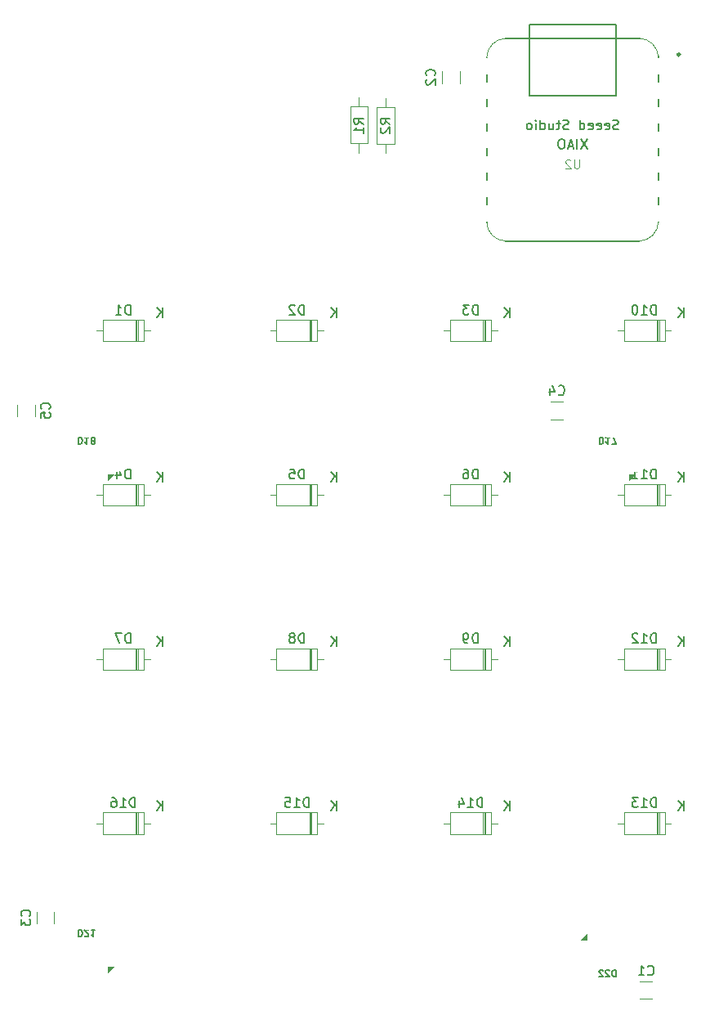
<source format=gbo>
G04 #@! TF.GenerationSoftware,KiCad,Pcbnew,8.0.6*
G04 #@! TF.CreationDate,2024-10-20T21:42:17+02:00*
G04 #@! TF.ProjectId,macropad,6d616372-6f70-4616-942e-6b696361645f,v7.6*
G04 #@! TF.SameCoordinates,Original*
G04 #@! TF.FileFunction,Legend,Bot*
G04 #@! TF.FilePolarity,Positive*
%FSLAX46Y46*%
G04 Gerber Fmt 4.6, Leading zero omitted, Abs format (unit mm)*
G04 Created by KiCad (PCBNEW 8.0.6) date 2024-10-20 21:42:17*
%MOMM*%
%LPD*%
G01*
G04 APERTURE LIST*
G04 Aperture macros list*
%AMOutline5P*
0 Free polygon, 5 corners , with rotation*
0 The origin of the aperture is its center*
0 number of corners: always 5*
0 $1 to $10 corner X, Y*
0 $11 Rotation angle, in degrees counterclockwise*
0 create outline with 5 corners*
4,1,5,$1,$2,$3,$4,$5,$6,$7,$8,$9,$10,$1,$2,$11*%
%AMOutline6P*
0 Free polygon, 6 corners , with rotation*
0 The origin of the aperture is its center*
0 number of corners: always 6*
0 $1 to $12 corner X, Y*
0 $13 Rotation angle, in degrees counterclockwise*
0 create outline with 6 corners*
4,1,6,$1,$2,$3,$4,$5,$6,$7,$8,$9,$10,$11,$12,$1,$2,$13*%
%AMOutline7P*
0 Free polygon, 7 corners , with rotation*
0 The origin of the aperture is its center*
0 number of corners: always 7*
0 $1 to $14 corner X, Y*
0 $15 Rotation angle, in degrees counterclockwise*
0 create outline with 7 corners*
4,1,7,$1,$2,$3,$4,$5,$6,$7,$8,$9,$10,$11,$12,$13,$14,$1,$2,$15*%
%AMOutline8P*
0 Free polygon, 8 corners , with rotation*
0 The origin of the aperture is its center*
0 number of corners: always 8*
0 $1 to $16 corner X, Y*
0 $17 Rotation angle, in degrees counterclockwise*
0 create outline with 8 corners*
4,1,8,$1,$2,$3,$4,$5,$6,$7,$8,$9,$10,$11,$12,$13,$14,$15,$16,$1,$2,$17*%
G04 Aperture macros list end*
%ADD10C,0.150000*%
%ADD11C,0.101600*%
%ADD12C,0.120000*%
%ADD13C,0.127000*%
%ADD14C,0.254000*%
%ADD15C,0.025400*%
%ADD16C,0.100000*%
%ADD17C,2.600000*%
%ADD18C,5.050000*%
%ADD19C,2.200000*%
%ADD20O,1.600000X2.000000*%
%ADD21R,1.600000X1.600000*%
%ADD22O,1.600000X1.600000*%
%ADD23C,1.600000*%
%ADD24R,3.500000X1.700000*%
%ADD25O,3.600000X1.700000*%
%ADD26O,3.700000X1.700000*%
%ADD27R,1.800000X0.820000*%
%ADD28Outline5P,-0.900000X0.410000X0.900000X0.410000X0.900000X-0.246000X0.736000X-0.410000X-0.900000X-0.410000X180.000000*%
%ADD29Outline5P,-0.900000X0.410000X0.900000X0.410000X0.900000X-0.246000X0.736000X-0.410000X-0.900000X-0.410000X0.000000*%
%ADD30C,1.400000*%
%ADD31O,1.400000X1.400000*%
G04 APERTURE END LIST*
D10*
X53798094Y-28559819D02*
X53798094Y-27559819D01*
X53798094Y-27559819D02*
X53559999Y-27559819D01*
X53559999Y-27559819D02*
X53417142Y-27607438D01*
X53417142Y-27607438D02*
X53321904Y-27702676D01*
X53321904Y-27702676D02*
X53274285Y-27797914D01*
X53274285Y-27797914D02*
X53226666Y-27988390D01*
X53226666Y-27988390D02*
X53226666Y-28131247D01*
X53226666Y-28131247D02*
X53274285Y-28321723D01*
X53274285Y-28321723D02*
X53321904Y-28416961D01*
X53321904Y-28416961D02*
X53417142Y-28512200D01*
X53417142Y-28512200D02*
X53559999Y-28559819D01*
X53559999Y-28559819D02*
X53798094Y-28559819D01*
X52893332Y-27559819D02*
X52274285Y-27559819D01*
X52274285Y-27559819D02*
X52607618Y-27940771D01*
X52607618Y-27940771D02*
X52464761Y-27940771D01*
X52464761Y-27940771D02*
X52369523Y-27988390D01*
X52369523Y-27988390D02*
X52321904Y-28036009D01*
X52321904Y-28036009D02*
X52274285Y-28131247D01*
X52274285Y-28131247D02*
X52274285Y-28369342D01*
X52274285Y-28369342D02*
X52321904Y-28464580D01*
X52321904Y-28464580D02*
X52369523Y-28512200D01*
X52369523Y-28512200D02*
X52464761Y-28559819D01*
X52464761Y-28559819D02*
X52750475Y-28559819D01*
X52750475Y-28559819D02*
X52845713Y-28512200D01*
X52845713Y-28512200D02*
X52893332Y-28464580D01*
X57131904Y-28879819D02*
X57131904Y-27879819D01*
X56560476Y-28879819D02*
X56989047Y-28308390D01*
X56560476Y-27879819D02*
X57131904Y-28451247D01*
X9409580Y-38333333D02*
X9457200Y-38285714D01*
X9457200Y-38285714D02*
X9504819Y-38142857D01*
X9504819Y-38142857D02*
X9504819Y-38047619D01*
X9504819Y-38047619D02*
X9457200Y-37904762D01*
X9457200Y-37904762D02*
X9361961Y-37809524D01*
X9361961Y-37809524D02*
X9266723Y-37761905D01*
X9266723Y-37761905D02*
X9076247Y-37714286D01*
X9076247Y-37714286D02*
X8933390Y-37714286D01*
X8933390Y-37714286D02*
X8742914Y-37761905D01*
X8742914Y-37761905D02*
X8647676Y-37809524D01*
X8647676Y-37809524D02*
X8552438Y-37904762D01*
X8552438Y-37904762D02*
X8504819Y-38047619D01*
X8504819Y-38047619D02*
X8504819Y-38142857D01*
X8504819Y-38142857D02*
X8552438Y-38285714D01*
X8552438Y-38285714D02*
X8600057Y-38333333D01*
X8504819Y-39238095D02*
X8504819Y-38761905D01*
X8504819Y-38761905D02*
X8981009Y-38714286D01*
X8981009Y-38714286D02*
X8933390Y-38761905D01*
X8933390Y-38761905D02*
X8885771Y-38857143D01*
X8885771Y-38857143D02*
X8885771Y-39095238D01*
X8885771Y-39095238D02*
X8933390Y-39190476D01*
X8933390Y-39190476D02*
X8981009Y-39238095D01*
X8981009Y-39238095D02*
X9076247Y-39285714D01*
X9076247Y-39285714D02*
X9314342Y-39285714D01*
X9314342Y-39285714D02*
X9409580Y-39238095D01*
X9409580Y-39238095D02*
X9457200Y-39190476D01*
X9457200Y-39190476D02*
X9504819Y-39095238D01*
X9504819Y-39095238D02*
X9504819Y-38857143D01*
X9504819Y-38857143D02*
X9457200Y-38761905D01*
X9457200Y-38761905D02*
X9409580Y-38714286D01*
D11*
X64302333Y-12516985D02*
X64302333Y-13236652D01*
X64302333Y-13236652D02*
X64260000Y-13321318D01*
X64260000Y-13321318D02*
X64217666Y-13363652D01*
X64217666Y-13363652D02*
X64133000Y-13405985D01*
X64133000Y-13405985D02*
X63963666Y-13405985D01*
X63963666Y-13405985D02*
X63879000Y-13363652D01*
X63879000Y-13363652D02*
X63836666Y-13321318D01*
X63836666Y-13321318D02*
X63794333Y-13236652D01*
X63794333Y-13236652D02*
X63794333Y-12516985D01*
X63413333Y-12601652D02*
X63371000Y-12559318D01*
X63371000Y-12559318D02*
X63286333Y-12516985D01*
X63286333Y-12516985D02*
X63074667Y-12516985D01*
X63074667Y-12516985D02*
X62990000Y-12559318D01*
X62990000Y-12559318D02*
X62947667Y-12601652D01*
X62947667Y-12601652D02*
X62905333Y-12686318D01*
X62905333Y-12686318D02*
X62905333Y-12770985D01*
X62905333Y-12770985D02*
X62947667Y-12897985D01*
X62947667Y-12897985D02*
X63455667Y-13405985D01*
X63455667Y-13405985D02*
X62905333Y-13405985D01*
D10*
X65148808Y-10414819D02*
X64482142Y-11414819D01*
X64482142Y-10414819D02*
X65148808Y-11414819D01*
X64101189Y-11414819D02*
X64101189Y-10414819D01*
X63672618Y-11129104D02*
X63196428Y-11129104D01*
X63767856Y-11414819D02*
X63434523Y-10414819D01*
X63434523Y-10414819D02*
X63101190Y-11414819D01*
X62577380Y-10414819D02*
X62386904Y-10414819D01*
X62386904Y-10414819D02*
X62291666Y-10462438D01*
X62291666Y-10462438D02*
X62196428Y-10557676D01*
X62196428Y-10557676D02*
X62148809Y-10748152D01*
X62148809Y-10748152D02*
X62148809Y-11081485D01*
X62148809Y-11081485D02*
X62196428Y-11271961D01*
X62196428Y-11271961D02*
X62291666Y-11367200D01*
X62291666Y-11367200D02*
X62386904Y-11414819D01*
X62386904Y-11414819D02*
X62577380Y-11414819D01*
X62577380Y-11414819D02*
X62672618Y-11367200D01*
X62672618Y-11367200D02*
X62767856Y-11271961D01*
X62767856Y-11271961D02*
X62815475Y-11081485D01*
X62815475Y-11081485D02*
X62815475Y-10748152D01*
X62815475Y-10748152D02*
X62767856Y-10557676D01*
X62767856Y-10557676D02*
X62672618Y-10462438D01*
X62672618Y-10462438D02*
X62577380Y-10414819D01*
X68386904Y-9367200D02*
X68244047Y-9414819D01*
X68244047Y-9414819D02*
X68005952Y-9414819D01*
X68005952Y-9414819D02*
X67910714Y-9367200D01*
X67910714Y-9367200D02*
X67863095Y-9319580D01*
X67863095Y-9319580D02*
X67815476Y-9224342D01*
X67815476Y-9224342D02*
X67815476Y-9129104D01*
X67815476Y-9129104D02*
X67863095Y-9033866D01*
X67863095Y-9033866D02*
X67910714Y-8986247D01*
X67910714Y-8986247D02*
X68005952Y-8938628D01*
X68005952Y-8938628D02*
X68196428Y-8891009D01*
X68196428Y-8891009D02*
X68291666Y-8843390D01*
X68291666Y-8843390D02*
X68339285Y-8795771D01*
X68339285Y-8795771D02*
X68386904Y-8700533D01*
X68386904Y-8700533D02*
X68386904Y-8605295D01*
X68386904Y-8605295D02*
X68339285Y-8510057D01*
X68339285Y-8510057D02*
X68291666Y-8462438D01*
X68291666Y-8462438D02*
X68196428Y-8414819D01*
X68196428Y-8414819D02*
X67958333Y-8414819D01*
X67958333Y-8414819D02*
X67815476Y-8462438D01*
X67005952Y-9367200D02*
X67101190Y-9414819D01*
X67101190Y-9414819D02*
X67291666Y-9414819D01*
X67291666Y-9414819D02*
X67386904Y-9367200D01*
X67386904Y-9367200D02*
X67434523Y-9271961D01*
X67434523Y-9271961D02*
X67434523Y-8891009D01*
X67434523Y-8891009D02*
X67386904Y-8795771D01*
X67386904Y-8795771D02*
X67291666Y-8748152D01*
X67291666Y-8748152D02*
X67101190Y-8748152D01*
X67101190Y-8748152D02*
X67005952Y-8795771D01*
X67005952Y-8795771D02*
X66958333Y-8891009D01*
X66958333Y-8891009D02*
X66958333Y-8986247D01*
X66958333Y-8986247D02*
X67434523Y-9081485D01*
X66148809Y-9367200D02*
X66244047Y-9414819D01*
X66244047Y-9414819D02*
X66434523Y-9414819D01*
X66434523Y-9414819D02*
X66529761Y-9367200D01*
X66529761Y-9367200D02*
X66577380Y-9271961D01*
X66577380Y-9271961D02*
X66577380Y-8891009D01*
X66577380Y-8891009D02*
X66529761Y-8795771D01*
X66529761Y-8795771D02*
X66434523Y-8748152D01*
X66434523Y-8748152D02*
X66244047Y-8748152D01*
X66244047Y-8748152D02*
X66148809Y-8795771D01*
X66148809Y-8795771D02*
X66101190Y-8891009D01*
X66101190Y-8891009D02*
X66101190Y-8986247D01*
X66101190Y-8986247D02*
X66577380Y-9081485D01*
X65291666Y-9367200D02*
X65386904Y-9414819D01*
X65386904Y-9414819D02*
X65577380Y-9414819D01*
X65577380Y-9414819D02*
X65672618Y-9367200D01*
X65672618Y-9367200D02*
X65720237Y-9271961D01*
X65720237Y-9271961D02*
X65720237Y-8891009D01*
X65720237Y-8891009D02*
X65672618Y-8795771D01*
X65672618Y-8795771D02*
X65577380Y-8748152D01*
X65577380Y-8748152D02*
X65386904Y-8748152D01*
X65386904Y-8748152D02*
X65291666Y-8795771D01*
X65291666Y-8795771D02*
X65244047Y-8891009D01*
X65244047Y-8891009D02*
X65244047Y-8986247D01*
X65244047Y-8986247D02*
X65720237Y-9081485D01*
X64386904Y-9414819D02*
X64386904Y-8414819D01*
X64386904Y-9367200D02*
X64482142Y-9414819D01*
X64482142Y-9414819D02*
X64672618Y-9414819D01*
X64672618Y-9414819D02*
X64767856Y-9367200D01*
X64767856Y-9367200D02*
X64815475Y-9319580D01*
X64815475Y-9319580D02*
X64863094Y-9224342D01*
X64863094Y-9224342D02*
X64863094Y-8938628D01*
X64863094Y-8938628D02*
X64815475Y-8843390D01*
X64815475Y-8843390D02*
X64767856Y-8795771D01*
X64767856Y-8795771D02*
X64672618Y-8748152D01*
X64672618Y-8748152D02*
X64482142Y-8748152D01*
X64482142Y-8748152D02*
X64386904Y-8795771D01*
X63196427Y-9367200D02*
X63053570Y-9414819D01*
X63053570Y-9414819D02*
X62815475Y-9414819D01*
X62815475Y-9414819D02*
X62720237Y-9367200D01*
X62720237Y-9367200D02*
X62672618Y-9319580D01*
X62672618Y-9319580D02*
X62624999Y-9224342D01*
X62624999Y-9224342D02*
X62624999Y-9129104D01*
X62624999Y-9129104D02*
X62672618Y-9033866D01*
X62672618Y-9033866D02*
X62720237Y-8986247D01*
X62720237Y-8986247D02*
X62815475Y-8938628D01*
X62815475Y-8938628D02*
X63005951Y-8891009D01*
X63005951Y-8891009D02*
X63101189Y-8843390D01*
X63101189Y-8843390D02*
X63148808Y-8795771D01*
X63148808Y-8795771D02*
X63196427Y-8700533D01*
X63196427Y-8700533D02*
X63196427Y-8605295D01*
X63196427Y-8605295D02*
X63148808Y-8510057D01*
X63148808Y-8510057D02*
X63101189Y-8462438D01*
X63101189Y-8462438D02*
X63005951Y-8414819D01*
X63005951Y-8414819D02*
X62767856Y-8414819D01*
X62767856Y-8414819D02*
X62624999Y-8462438D01*
X62339284Y-8748152D02*
X61958332Y-8748152D01*
X62196427Y-8414819D02*
X62196427Y-9271961D01*
X62196427Y-9271961D02*
X62148808Y-9367200D01*
X62148808Y-9367200D02*
X62053570Y-9414819D01*
X62053570Y-9414819D02*
X61958332Y-9414819D01*
X61196427Y-8748152D02*
X61196427Y-9414819D01*
X61624998Y-8748152D02*
X61624998Y-9271961D01*
X61624998Y-9271961D02*
X61577379Y-9367200D01*
X61577379Y-9367200D02*
X61482141Y-9414819D01*
X61482141Y-9414819D02*
X61339284Y-9414819D01*
X61339284Y-9414819D02*
X61244046Y-9367200D01*
X61244046Y-9367200D02*
X61196427Y-9319580D01*
X60291665Y-9414819D02*
X60291665Y-8414819D01*
X60291665Y-9367200D02*
X60386903Y-9414819D01*
X60386903Y-9414819D02*
X60577379Y-9414819D01*
X60577379Y-9414819D02*
X60672617Y-9367200D01*
X60672617Y-9367200D02*
X60720236Y-9319580D01*
X60720236Y-9319580D02*
X60767855Y-9224342D01*
X60767855Y-9224342D02*
X60767855Y-8938628D01*
X60767855Y-8938628D02*
X60720236Y-8843390D01*
X60720236Y-8843390D02*
X60672617Y-8795771D01*
X60672617Y-8795771D02*
X60577379Y-8748152D01*
X60577379Y-8748152D02*
X60386903Y-8748152D01*
X60386903Y-8748152D02*
X60291665Y-8795771D01*
X59815474Y-9414819D02*
X59815474Y-8748152D01*
X59815474Y-8414819D02*
X59863093Y-8462438D01*
X59863093Y-8462438D02*
X59815474Y-8510057D01*
X59815474Y-8510057D02*
X59767855Y-8462438D01*
X59767855Y-8462438D02*
X59815474Y-8414819D01*
X59815474Y-8414819D02*
X59815474Y-8510057D01*
X59196427Y-9414819D02*
X59291665Y-9367200D01*
X59291665Y-9367200D02*
X59339284Y-9319580D01*
X59339284Y-9319580D02*
X59386903Y-9224342D01*
X59386903Y-9224342D02*
X59386903Y-8938628D01*
X59386903Y-8938628D02*
X59339284Y-8843390D01*
X59339284Y-8843390D02*
X59291665Y-8795771D01*
X59291665Y-8795771D02*
X59196427Y-8748152D01*
X59196427Y-8748152D02*
X59053570Y-8748152D01*
X59053570Y-8748152D02*
X58958332Y-8795771D01*
X58958332Y-8795771D02*
X58910713Y-8843390D01*
X58910713Y-8843390D02*
X58863094Y-8938628D01*
X58863094Y-8938628D02*
X58863094Y-9224342D01*
X58863094Y-9224342D02*
X58910713Y-9319580D01*
X58910713Y-9319580D02*
X58958332Y-9367200D01*
X58958332Y-9367200D02*
X59053570Y-9414819D01*
X59053570Y-9414819D02*
X59196427Y-9414819D01*
X72274285Y-45559819D02*
X72274285Y-44559819D01*
X72274285Y-44559819D02*
X72036190Y-44559819D01*
X72036190Y-44559819D02*
X71893333Y-44607438D01*
X71893333Y-44607438D02*
X71798095Y-44702676D01*
X71798095Y-44702676D02*
X71750476Y-44797914D01*
X71750476Y-44797914D02*
X71702857Y-44988390D01*
X71702857Y-44988390D02*
X71702857Y-45131247D01*
X71702857Y-45131247D02*
X71750476Y-45321723D01*
X71750476Y-45321723D02*
X71798095Y-45416961D01*
X71798095Y-45416961D02*
X71893333Y-45512200D01*
X71893333Y-45512200D02*
X72036190Y-45559819D01*
X72036190Y-45559819D02*
X72274285Y-45559819D01*
X70750476Y-45559819D02*
X71321904Y-45559819D01*
X71036190Y-45559819D02*
X71036190Y-44559819D01*
X71036190Y-44559819D02*
X71131428Y-44702676D01*
X71131428Y-44702676D02*
X71226666Y-44797914D01*
X71226666Y-44797914D02*
X71321904Y-44845533D01*
X69798095Y-45559819D02*
X70369523Y-45559819D01*
X70083809Y-45559819D02*
X70083809Y-44559819D01*
X70083809Y-44559819D02*
X70179047Y-44702676D01*
X70179047Y-44702676D02*
X70274285Y-44797914D01*
X70274285Y-44797914D02*
X70369523Y-44845533D01*
X75131904Y-45879819D02*
X75131904Y-44879819D01*
X74560476Y-45879819D02*
X74989047Y-45308390D01*
X74560476Y-44879819D02*
X75131904Y-45451247D01*
X68100000Y-97096033D02*
X68100000Y-96396033D01*
X68100000Y-96396033D02*
X67933333Y-96396033D01*
X67933333Y-96396033D02*
X67833333Y-96429366D01*
X67833333Y-96429366D02*
X67766667Y-96496033D01*
X67766667Y-96496033D02*
X67733333Y-96562700D01*
X67733333Y-96562700D02*
X67700000Y-96696033D01*
X67700000Y-96696033D02*
X67700000Y-96796033D01*
X67700000Y-96796033D02*
X67733333Y-96929366D01*
X67733333Y-96929366D02*
X67766667Y-96996033D01*
X67766667Y-96996033D02*
X67833333Y-97062700D01*
X67833333Y-97062700D02*
X67933333Y-97096033D01*
X67933333Y-97096033D02*
X68100000Y-97096033D01*
X67433333Y-96462700D02*
X67400000Y-96429366D01*
X67400000Y-96429366D02*
X67333333Y-96396033D01*
X67333333Y-96396033D02*
X67166667Y-96396033D01*
X67166667Y-96396033D02*
X67100000Y-96429366D01*
X67100000Y-96429366D02*
X67066667Y-96462700D01*
X67066667Y-96462700D02*
X67033333Y-96529366D01*
X67033333Y-96529366D02*
X67033333Y-96596033D01*
X67033333Y-96596033D02*
X67066667Y-96696033D01*
X67066667Y-96696033D02*
X67466667Y-97096033D01*
X67466667Y-97096033D02*
X67033333Y-97096033D01*
X66766666Y-96462700D02*
X66733333Y-96429366D01*
X66733333Y-96429366D02*
X66666666Y-96396033D01*
X66666666Y-96396033D02*
X66500000Y-96396033D01*
X66500000Y-96396033D02*
X66433333Y-96429366D01*
X66433333Y-96429366D02*
X66400000Y-96462700D01*
X66400000Y-96462700D02*
X66366666Y-96529366D01*
X66366666Y-96529366D02*
X66366666Y-96596033D01*
X66366666Y-96596033D02*
X66400000Y-96696033D01*
X66400000Y-96696033D02*
X66800000Y-97096033D01*
X66800000Y-97096033D02*
X66366666Y-97096033D01*
X62166666Y-36809580D02*
X62214285Y-36857200D01*
X62214285Y-36857200D02*
X62357142Y-36904819D01*
X62357142Y-36904819D02*
X62452380Y-36904819D01*
X62452380Y-36904819D02*
X62595237Y-36857200D01*
X62595237Y-36857200D02*
X62690475Y-36761961D01*
X62690475Y-36761961D02*
X62738094Y-36666723D01*
X62738094Y-36666723D02*
X62785713Y-36476247D01*
X62785713Y-36476247D02*
X62785713Y-36333390D01*
X62785713Y-36333390D02*
X62738094Y-36142914D01*
X62738094Y-36142914D02*
X62690475Y-36047676D01*
X62690475Y-36047676D02*
X62595237Y-35952438D01*
X62595237Y-35952438D02*
X62452380Y-35904819D01*
X62452380Y-35904819D02*
X62357142Y-35904819D01*
X62357142Y-35904819D02*
X62214285Y-35952438D01*
X62214285Y-35952438D02*
X62166666Y-36000057D01*
X61309523Y-36238152D02*
X61309523Y-36904819D01*
X61547618Y-35857200D02*
X61785713Y-36571485D01*
X61785713Y-36571485D02*
X61166666Y-36571485D01*
X36274285Y-79559819D02*
X36274285Y-78559819D01*
X36274285Y-78559819D02*
X36036190Y-78559819D01*
X36036190Y-78559819D02*
X35893333Y-78607438D01*
X35893333Y-78607438D02*
X35798095Y-78702676D01*
X35798095Y-78702676D02*
X35750476Y-78797914D01*
X35750476Y-78797914D02*
X35702857Y-78988390D01*
X35702857Y-78988390D02*
X35702857Y-79131247D01*
X35702857Y-79131247D02*
X35750476Y-79321723D01*
X35750476Y-79321723D02*
X35798095Y-79416961D01*
X35798095Y-79416961D02*
X35893333Y-79512200D01*
X35893333Y-79512200D02*
X36036190Y-79559819D01*
X36036190Y-79559819D02*
X36274285Y-79559819D01*
X34750476Y-79559819D02*
X35321904Y-79559819D01*
X35036190Y-79559819D02*
X35036190Y-78559819D01*
X35036190Y-78559819D02*
X35131428Y-78702676D01*
X35131428Y-78702676D02*
X35226666Y-78797914D01*
X35226666Y-78797914D02*
X35321904Y-78845533D01*
X33845714Y-78559819D02*
X34321904Y-78559819D01*
X34321904Y-78559819D02*
X34369523Y-79036009D01*
X34369523Y-79036009D02*
X34321904Y-78988390D01*
X34321904Y-78988390D02*
X34226666Y-78940771D01*
X34226666Y-78940771D02*
X33988571Y-78940771D01*
X33988571Y-78940771D02*
X33893333Y-78988390D01*
X33893333Y-78988390D02*
X33845714Y-79036009D01*
X33845714Y-79036009D02*
X33798095Y-79131247D01*
X33798095Y-79131247D02*
X33798095Y-79369342D01*
X33798095Y-79369342D02*
X33845714Y-79464580D01*
X33845714Y-79464580D02*
X33893333Y-79512200D01*
X33893333Y-79512200D02*
X33988571Y-79559819D01*
X33988571Y-79559819D02*
X34226666Y-79559819D01*
X34226666Y-79559819D02*
X34321904Y-79512200D01*
X34321904Y-79512200D02*
X34369523Y-79464580D01*
X39131904Y-79879819D02*
X39131904Y-78879819D01*
X38560476Y-79879819D02*
X38989047Y-79308390D01*
X38560476Y-78879819D02*
X39131904Y-79451247D01*
X17798094Y-45559819D02*
X17798094Y-44559819D01*
X17798094Y-44559819D02*
X17559999Y-44559819D01*
X17559999Y-44559819D02*
X17417142Y-44607438D01*
X17417142Y-44607438D02*
X17321904Y-44702676D01*
X17321904Y-44702676D02*
X17274285Y-44797914D01*
X17274285Y-44797914D02*
X17226666Y-44988390D01*
X17226666Y-44988390D02*
X17226666Y-45131247D01*
X17226666Y-45131247D02*
X17274285Y-45321723D01*
X17274285Y-45321723D02*
X17321904Y-45416961D01*
X17321904Y-45416961D02*
X17417142Y-45512200D01*
X17417142Y-45512200D02*
X17559999Y-45559819D01*
X17559999Y-45559819D02*
X17798094Y-45559819D01*
X16369523Y-44893152D02*
X16369523Y-45559819D01*
X16607618Y-44512200D02*
X16845713Y-45226485D01*
X16845713Y-45226485D02*
X16226666Y-45226485D01*
X21131904Y-45879819D02*
X21131904Y-44879819D01*
X20560476Y-45879819D02*
X20989047Y-45308390D01*
X20560476Y-44879819D02*
X21131904Y-45451247D01*
X35798094Y-62559819D02*
X35798094Y-61559819D01*
X35798094Y-61559819D02*
X35559999Y-61559819D01*
X35559999Y-61559819D02*
X35417142Y-61607438D01*
X35417142Y-61607438D02*
X35321904Y-61702676D01*
X35321904Y-61702676D02*
X35274285Y-61797914D01*
X35274285Y-61797914D02*
X35226666Y-61988390D01*
X35226666Y-61988390D02*
X35226666Y-62131247D01*
X35226666Y-62131247D02*
X35274285Y-62321723D01*
X35274285Y-62321723D02*
X35321904Y-62416961D01*
X35321904Y-62416961D02*
X35417142Y-62512200D01*
X35417142Y-62512200D02*
X35559999Y-62559819D01*
X35559999Y-62559819D02*
X35798094Y-62559819D01*
X34655237Y-61988390D02*
X34750475Y-61940771D01*
X34750475Y-61940771D02*
X34798094Y-61893152D01*
X34798094Y-61893152D02*
X34845713Y-61797914D01*
X34845713Y-61797914D02*
X34845713Y-61750295D01*
X34845713Y-61750295D02*
X34798094Y-61655057D01*
X34798094Y-61655057D02*
X34750475Y-61607438D01*
X34750475Y-61607438D02*
X34655237Y-61559819D01*
X34655237Y-61559819D02*
X34464761Y-61559819D01*
X34464761Y-61559819D02*
X34369523Y-61607438D01*
X34369523Y-61607438D02*
X34321904Y-61655057D01*
X34321904Y-61655057D02*
X34274285Y-61750295D01*
X34274285Y-61750295D02*
X34274285Y-61797914D01*
X34274285Y-61797914D02*
X34321904Y-61893152D01*
X34321904Y-61893152D02*
X34369523Y-61940771D01*
X34369523Y-61940771D02*
X34464761Y-61988390D01*
X34464761Y-61988390D02*
X34655237Y-61988390D01*
X34655237Y-61988390D02*
X34750475Y-62036009D01*
X34750475Y-62036009D02*
X34798094Y-62083628D01*
X34798094Y-62083628D02*
X34845713Y-62178866D01*
X34845713Y-62178866D02*
X34845713Y-62369342D01*
X34845713Y-62369342D02*
X34798094Y-62464580D01*
X34798094Y-62464580D02*
X34750475Y-62512200D01*
X34750475Y-62512200D02*
X34655237Y-62559819D01*
X34655237Y-62559819D02*
X34464761Y-62559819D01*
X34464761Y-62559819D02*
X34369523Y-62512200D01*
X34369523Y-62512200D02*
X34321904Y-62464580D01*
X34321904Y-62464580D02*
X34274285Y-62369342D01*
X34274285Y-62369342D02*
X34274285Y-62178866D01*
X34274285Y-62178866D02*
X34321904Y-62083628D01*
X34321904Y-62083628D02*
X34369523Y-62036009D01*
X34369523Y-62036009D02*
X34464761Y-61988390D01*
X39131904Y-62879819D02*
X39131904Y-61879819D01*
X38560476Y-62879819D02*
X38989047Y-62308390D01*
X38560476Y-61879819D02*
X39131904Y-62451247D01*
X72274285Y-28559819D02*
X72274285Y-27559819D01*
X72274285Y-27559819D02*
X72036190Y-27559819D01*
X72036190Y-27559819D02*
X71893333Y-27607438D01*
X71893333Y-27607438D02*
X71798095Y-27702676D01*
X71798095Y-27702676D02*
X71750476Y-27797914D01*
X71750476Y-27797914D02*
X71702857Y-27988390D01*
X71702857Y-27988390D02*
X71702857Y-28131247D01*
X71702857Y-28131247D02*
X71750476Y-28321723D01*
X71750476Y-28321723D02*
X71798095Y-28416961D01*
X71798095Y-28416961D02*
X71893333Y-28512200D01*
X71893333Y-28512200D02*
X72036190Y-28559819D01*
X72036190Y-28559819D02*
X72274285Y-28559819D01*
X70750476Y-28559819D02*
X71321904Y-28559819D01*
X71036190Y-28559819D02*
X71036190Y-27559819D01*
X71036190Y-27559819D02*
X71131428Y-27702676D01*
X71131428Y-27702676D02*
X71226666Y-27797914D01*
X71226666Y-27797914D02*
X71321904Y-27845533D01*
X70131428Y-27559819D02*
X70036190Y-27559819D01*
X70036190Y-27559819D02*
X69940952Y-27607438D01*
X69940952Y-27607438D02*
X69893333Y-27655057D01*
X69893333Y-27655057D02*
X69845714Y-27750295D01*
X69845714Y-27750295D02*
X69798095Y-27940771D01*
X69798095Y-27940771D02*
X69798095Y-28178866D01*
X69798095Y-28178866D02*
X69845714Y-28369342D01*
X69845714Y-28369342D02*
X69893333Y-28464580D01*
X69893333Y-28464580D02*
X69940952Y-28512200D01*
X69940952Y-28512200D02*
X70036190Y-28559819D01*
X70036190Y-28559819D02*
X70131428Y-28559819D01*
X70131428Y-28559819D02*
X70226666Y-28512200D01*
X70226666Y-28512200D02*
X70274285Y-28464580D01*
X70274285Y-28464580D02*
X70321904Y-28369342D01*
X70321904Y-28369342D02*
X70369523Y-28178866D01*
X70369523Y-28178866D02*
X70369523Y-27940771D01*
X70369523Y-27940771D02*
X70321904Y-27750295D01*
X70321904Y-27750295D02*
X70274285Y-27655057D01*
X70274285Y-27655057D02*
X70226666Y-27607438D01*
X70226666Y-27607438D02*
X70131428Y-27559819D01*
X75131904Y-28879819D02*
X75131904Y-27879819D01*
X74560476Y-28879819D02*
X74989047Y-28308390D01*
X74560476Y-27879819D02*
X75131904Y-28451247D01*
X72274285Y-79559819D02*
X72274285Y-78559819D01*
X72274285Y-78559819D02*
X72036190Y-78559819D01*
X72036190Y-78559819D02*
X71893333Y-78607438D01*
X71893333Y-78607438D02*
X71798095Y-78702676D01*
X71798095Y-78702676D02*
X71750476Y-78797914D01*
X71750476Y-78797914D02*
X71702857Y-78988390D01*
X71702857Y-78988390D02*
X71702857Y-79131247D01*
X71702857Y-79131247D02*
X71750476Y-79321723D01*
X71750476Y-79321723D02*
X71798095Y-79416961D01*
X71798095Y-79416961D02*
X71893333Y-79512200D01*
X71893333Y-79512200D02*
X72036190Y-79559819D01*
X72036190Y-79559819D02*
X72274285Y-79559819D01*
X70750476Y-79559819D02*
X71321904Y-79559819D01*
X71036190Y-79559819D02*
X71036190Y-78559819D01*
X71036190Y-78559819D02*
X71131428Y-78702676D01*
X71131428Y-78702676D02*
X71226666Y-78797914D01*
X71226666Y-78797914D02*
X71321904Y-78845533D01*
X70417142Y-78559819D02*
X69798095Y-78559819D01*
X69798095Y-78559819D02*
X70131428Y-78940771D01*
X70131428Y-78940771D02*
X69988571Y-78940771D01*
X69988571Y-78940771D02*
X69893333Y-78988390D01*
X69893333Y-78988390D02*
X69845714Y-79036009D01*
X69845714Y-79036009D02*
X69798095Y-79131247D01*
X69798095Y-79131247D02*
X69798095Y-79369342D01*
X69798095Y-79369342D02*
X69845714Y-79464580D01*
X69845714Y-79464580D02*
X69893333Y-79512200D01*
X69893333Y-79512200D02*
X69988571Y-79559819D01*
X69988571Y-79559819D02*
X70274285Y-79559819D01*
X70274285Y-79559819D02*
X70369523Y-79512200D01*
X70369523Y-79512200D02*
X70417142Y-79464580D01*
X75131904Y-79879819D02*
X75131904Y-78879819D01*
X74560476Y-79879819D02*
X74989047Y-79308390D01*
X74560476Y-78879819D02*
X75131904Y-79451247D01*
X18274285Y-79559819D02*
X18274285Y-78559819D01*
X18274285Y-78559819D02*
X18036190Y-78559819D01*
X18036190Y-78559819D02*
X17893333Y-78607438D01*
X17893333Y-78607438D02*
X17798095Y-78702676D01*
X17798095Y-78702676D02*
X17750476Y-78797914D01*
X17750476Y-78797914D02*
X17702857Y-78988390D01*
X17702857Y-78988390D02*
X17702857Y-79131247D01*
X17702857Y-79131247D02*
X17750476Y-79321723D01*
X17750476Y-79321723D02*
X17798095Y-79416961D01*
X17798095Y-79416961D02*
X17893333Y-79512200D01*
X17893333Y-79512200D02*
X18036190Y-79559819D01*
X18036190Y-79559819D02*
X18274285Y-79559819D01*
X16750476Y-79559819D02*
X17321904Y-79559819D01*
X17036190Y-79559819D02*
X17036190Y-78559819D01*
X17036190Y-78559819D02*
X17131428Y-78702676D01*
X17131428Y-78702676D02*
X17226666Y-78797914D01*
X17226666Y-78797914D02*
X17321904Y-78845533D01*
X15893333Y-78559819D02*
X16083809Y-78559819D01*
X16083809Y-78559819D02*
X16179047Y-78607438D01*
X16179047Y-78607438D02*
X16226666Y-78655057D01*
X16226666Y-78655057D02*
X16321904Y-78797914D01*
X16321904Y-78797914D02*
X16369523Y-78988390D01*
X16369523Y-78988390D02*
X16369523Y-79369342D01*
X16369523Y-79369342D02*
X16321904Y-79464580D01*
X16321904Y-79464580D02*
X16274285Y-79512200D01*
X16274285Y-79512200D02*
X16179047Y-79559819D01*
X16179047Y-79559819D02*
X15988571Y-79559819D01*
X15988571Y-79559819D02*
X15893333Y-79512200D01*
X15893333Y-79512200D02*
X15845714Y-79464580D01*
X15845714Y-79464580D02*
X15798095Y-79369342D01*
X15798095Y-79369342D02*
X15798095Y-79131247D01*
X15798095Y-79131247D02*
X15845714Y-79036009D01*
X15845714Y-79036009D02*
X15893333Y-78988390D01*
X15893333Y-78988390D02*
X15988571Y-78940771D01*
X15988571Y-78940771D02*
X16179047Y-78940771D01*
X16179047Y-78940771D02*
X16274285Y-78988390D01*
X16274285Y-78988390D02*
X16321904Y-79036009D01*
X16321904Y-79036009D02*
X16369523Y-79131247D01*
X21131904Y-79879819D02*
X21131904Y-78879819D01*
X20560476Y-79879819D02*
X20989047Y-79308390D01*
X20560476Y-78879819D02*
X21131904Y-79451247D01*
X66399999Y-41263966D02*
X66399999Y-41963966D01*
X66399999Y-41963966D02*
X66566666Y-41963966D01*
X66566666Y-41963966D02*
X66666666Y-41930633D01*
X66666666Y-41930633D02*
X66733333Y-41863966D01*
X66733333Y-41863966D02*
X66766666Y-41797300D01*
X66766666Y-41797300D02*
X66799999Y-41663966D01*
X66799999Y-41663966D02*
X66799999Y-41563966D01*
X66799999Y-41563966D02*
X66766666Y-41430633D01*
X66766666Y-41430633D02*
X66733333Y-41363966D01*
X66733333Y-41363966D02*
X66666666Y-41297300D01*
X66666666Y-41297300D02*
X66566666Y-41263966D01*
X66566666Y-41263966D02*
X66399999Y-41263966D01*
X67466666Y-41263966D02*
X67066666Y-41263966D01*
X67266666Y-41263966D02*
X67266666Y-41963966D01*
X67266666Y-41963966D02*
X67199999Y-41863966D01*
X67199999Y-41863966D02*
X67133333Y-41797300D01*
X67133333Y-41797300D02*
X67066666Y-41763966D01*
X67700000Y-41963966D02*
X68166666Y-41963966D01*
X68166666Y-41963966D02*
X67866666Y-41263966D01*
X71416666Y-96859580D02*
X71464285Y-96907200D01*
X71464285Y-96907200D02*
X71607142Y-96954819D01*
X71607142Y-96954819D02*
X71702380Y-96954819D01*
X71702380Y-96954819D02*
X71845237Y-96907200D01*
X71845237Y-96907200D02*
X71940475Y-96811961D01*
X71940475Y-96811961D02*
X71988094Y-96716723D01*
X71988094Y-96716723D02*
X72035713Y-96526247D01*
X72035713Y-96526247D02*
X72035713Y-96383390D01*
X72035713Y-96383390D02*
X71988094Y-96192914D01*
X71988094Y-96192914D02*
X71940475Y-96097676D01*
X71940475Y-96097676D02*
X71845237Y-96002438D01*
X71845237Y-96002438D02*
X71702380Y-95954819D01*
X71702380Y-95954819D02*
X71607142Y-95954819D01*
X71607142Y-95954819D02*
X71464285Y-96002438D01*
X71464285Y-96002438D02*
X71416666Y-96050057D01*
X70464285Y-96954819D02*
X71035713Y-96954819D01*
X70749999Y-96954819D02*
X70749999Y-95954819D01*
X70749999Y-95954819D02*
X70845237Y-96097676D01*
X70845237Y-96097676D02*
X70940475Y-96192914D01*
X70940475Y-96192914D02*
X71035713Y-96240533D01*
X44704819Y-8833333D02*
X44228628Y-8500000D01*
X44704819Y-8261905D02*
X43704819Y-8261905D01*
X43704819Y-8261905D02*
X43704819Y-8642857D01*
X43704819Y-8642857D02*
X43752438Y-8738095D01*
X43752438Y-8738095D02*
X43800057Y-8785714D01*
X43800057Y-8785714D02*
X43895295Y-8833333D01*
X43895295Y-8833333D02*
X44038152Y-8833333D01*
X44038152Y-8833333D02*
X44133390Y-8785714D01*
X44133390Y-8785714D02*
X44181009Y-8738095D01*
X44181009Y-8738095D02*
X44228628Y-8642857D01*
X44228628Y-8642857D02*
X44228628Y-8261905D01*
X43800057Y-9214286D02*
X43752438Y-9261905D01*
X43752438Y-9261905D02*
X43704819Y-9357143D01*
X43704819Y-9357143D02*
X43704819Y-9595238D01*
X43704819Y-9595238D02*
X43752438Y-9690476D01*
X43752438Y-9690476D02*
X43800057Y-9738095D01*
X43800057Y-9738095D02*
X43895295Y-9785714D01*
X43895295Y-9785714D02*
X43990533Y-9785714D01*
X43990533Y-9785714D02*
X44133390Y-9738095D01*
X44133390Y-9738095D02*
X44704819Y-9166667D01*
X44704819Y-9166667D02*
X44704819Y-9785714D01*
X17798094Y-28559819D02*
X17798094Y-27559819D01*
X17798094Y-27559819D02*
X17559999Y-27559819D01*
X17559999Y-27559819D02*
X17417142Y-27607438D01*
X17417142Y-27607438D02*
X17321904Y-27702676D01*
X17321904Y-27702676D02*
X17274285Y-27797914D01*
X17274285Y-27797914D02*
X17226666Y-27988390D01*
X17226666Y-27988390D02*
X17226666Y-28131247D01*
X17226666Y-28131247D02*
X17274285Y-28321723D01*
X17274285Y-28321723D02*
X17321904Y-28416961D01*
X17321904Y-28416961D02*
X17417142Y-28512200D01*
X17417142Y-28512200D02*
X17559999Y-28559819D01*
X17559999Y-28559819D02*
X17798094Y-28559819D01*
X16274285Y-28559819D02*
X16845713Y-28559819D01*
X16559999Y-28559819D02*
X16559999Y-27559819D01*
X16559999Y-27559819D02*
X16655237Y-27702676D01*
X16655237Y-27702676D02*
X16750475Y-27797914D01*
X16750475Y-27797914D02*
X16845713Y-27845533D01*
X21131904Y-28879819D02*
X21131904Y-27879819D01*
X20560476Y-28879819D02*
X20989047Y-28308390D01*
X20560476Y-27879819D02*
X21131904Y-28451247D01*
X53798094Y-45559819D02*
X53798094Y-44559819D01*
X53798094Y-44559819D02*
X53559999Y-44559819D01*
X53559999Y-44559819D02*
X53417142Y-44607438D01*
X53417142Y-44607438D02*
X53321904Y-44702676D01*
X53321904Y-44702676D02*
X53274285Y-44797914D01*
X53274285Y-44797914D02*
X53226666Y-44988390D01*
X53226666Y-44988390D02*
X53226666Y-45131247D01*
X53226666Y-45131247D02*
X53274285Y-45321723D01*
X53274285Y-45321723D02*
X53321904Y-45416961D01*
X53321904Y-45416961D02*
X53417142Y-45512200D01*
X53417142Y-45512200D02*
X53559999Y-45559819D01*
X53559999Y-45559819D02*
X53798094Y-45559819D01*
X52369523Y-44559819D02*
X52559999Y-44559819D01*
X52559999Y-44559819D02*
X52655237Y-44607438D01*
X52655237Y-44607438D02*
X52702856Y-44655057D01*
X52702856Y-44655057D02*
X52798094Y-44797914D01*
X52798094Y-44797914D02*
X52845713Y-44988390D01*
X52845713Y-44988390D02*
X52845713Y-45369342D01*
X52845713Y-45369342D02*
X52798094Y-45464580D01*
X52798094Y-45464580D02*
X52750475Y-45512200D01*
X52750475Y-45512200D02*
X52655237Y-45559819D01*
X52655237Y-45559819D02*
X52464761Y-45559819D01*
X52464761Y-45559819D02*
X52369523Y-45512200D01*
X52369523Y-45512200D02*
X52321904Y-45464580D01*
X52321904Y-45464580D02*
X52274285Y-45369342D01*
X52274285Y-45369342D02*
X52274285Y-45131247D01*
X52274285Y-45131247D02*
X52321904Y-45036009D01*
X52321904Y-45036009D02*
X52369523Y-44988390D01*
X52369523Y-44988390D02*
X52464761Y-44940771D01*
X52464761Y-44940771D02*
X52655237Y-44940771D01*
X52655237Y-44940771D02*
X52750475Y-44988390D01*
X52750475Y-44988390D02*
X52798094Y-45036009D01*
X52798094Y-45036009D02*
X52845713Y-45131247D01*
X57131904Y-45879819D02*
X57131904Y-44879819D01*
X56560476Y-45879819D02*
X56989047Y-45308390D01*
X56560476Y-44879819D02*
X57131904Y-45451247D01*
X17798094Y-62559819D02*
X17798094Y-61559819D01*
X17798094Y-61559819D02*
X17559999Y-61559819D01*
X17559999Y-61559819D02*
X17417142Y-61607438D01*
X17417142Y-61607438D02*
X17321904Y-61702676D01*
X17321904Y-61702676D02*
X17274285Y-61797914D01*
X17274285Y-61797914D02*
X17226666Y-61988390D01*
X17226666Y-61988390D02*
X17226666Y-62131247D01*
X17226666Y-62131247D02*
X17274285Y-62321723D01*
X17274285Y-62321723D02*
X17321904Y-62416961D01*
X17321904Y-62416961D02*
X17417142Y-62512200D01*
X17417142Y-62512200D02*
X17559999Y-62559819D01*
X17559999Y-62559819D02*
X17798094Y-62559819D01*
X16893332Y-61559819D02*
X16226666Y-61559819D01*
X16226666Y-61559819D02*
X16655237Y-62559819D01*
X21131904Y-62879819D02*
X21131904Y-61879819D01*
X20560476Y-62879819D02*
X20989047Y-62308390D01*
X20560476Y-61879819D02*
X21131904Y-62451247D01*
X53798094Y-62559819D02*
X53798094Y-61559819D01*
X53798094Y-61559819D02*
X53559999Y-61559819D01*
X53559999Y-61559819D02*
X53417142Y-61607438D01*
X53417142Y-61607438D02*
X53321904Y-61702676D01*
X53321904Y-61702676D02*
X53274285Y-61797914D01*
X53274285Y-61797914D02*
X53226666Y-61988390D01*
X53226666Y-61988390D02*
X53226666Y-62131247D01*
X53226666Y-62131247D02*
X53274285Y-62321723D01*
X53274285Y-62321723D02*
X53321904Y-62416961D01*
X53321904Y-62416961D02*
X53417142Y-62512200D01*
X53417142Y-62512200D02*
X53559999Y-62559819D01*
X53559999Y-62559819D02*
X53798094Y-62559819D01*
X52750475Y-62559819D02*
X52559999Y-62559819D01*
X52559999Y-62559819D02*
X52464761Y-62512200D01*
X52464761Y-62512200D02*
X52417142Y-62464580D01*
X52417142Y-62464580D02*
X52321904Y-62321723D01*
X52321904Y-62321723D02*
X52274285Y-62131247D01*
X52274285Y-62131247D02*
X52274285Y-61750295D01*
X52274285Y-61750295D02*
X52321904Y-61655057D01*
X52321904Y-61655057D02*
X52369523Y-61607438D01*
X52369523Y-61607438D02*
X52464761Y-61559819D01*
X52464761Y-61559819D02*
X52655237Y-61559819D01*
X52655237Y-61559819D02*
X52750475Y-61607438D01*
X52750475Y-61607438D02*
X52798094Y-61655057D01*
X52798094Y-61655057D02*
X52845713Y-61750295D01*
X52845713Y-61750295D02*
X52845713Y-61988390D01*
X52845713Y-61988390D02*
X52798094Y-62083628D01*
X52798094Y-62083628D02*
X52750475Y-62131247D01*
X52750475Y-62131247D02*
X52655237Y-62178866D01*
X52655237Y-62178866D02*
X52464761Y-62178866D01*
X52464761Y-62178866D02*
X52369523Y-62131247D01*
X52369523Y-62131247D02*
X52321904Y-62083628D01*
X52321904Y-62083628D02*
X52274285Y-61988390D01*
X57131904Y-62879819D02*
X57131904Y-61879819D01*
X56560476Y-62879819D02*
X56989047Y-62308390D01*
X56560476Y-61879819D02*
X57131904Y-62451247D01*
X41954819Y-8833333D02*
X41478628Y-8500000D01*
X41954819Y-8261905D02*
X40954819Y-8261905D01*
X40954819Y-8261905D02*
X40954819Y-8642857D01*
X40954819Y-8642857D02*
X41002438Y-8738095D01*
X41002438Y-8738095D02*
X41050057Y-8785714D01*
X41050057Y-8785714D02*
X41145295Y-8833333D01*
X41145295Y-8833333D02*
X41288152Y-8833333D01*
X41288152Y-8833333D02*
X41383390Y-8785714D01*
X41383390Y-8785714D02*
X41431009Y-8738095D01*
X41431009Y-8738095D02*
X41478628Y-8642857D01*
X41478628Y-8642857D02*
X41478628Y-8261905D01*
X41954819Y-9785714D02*
X41954819Y-9214286D01*
X41954819Y-9500000D02*
X40954819Y-9500000D01*
X40954819Y-9500000D02*
X41097676Y-9404762D01*
X41097676Y-9404762D02*
X41192914Y-9309524D01*
X41192914Y-9309524D02*
X41240533Y-9214286D01*
X72274285Y-62559819D02*
X72274285Y-61559819D01*
X72274285Y-61559819D02*
X72036190Y-61559819D01*
X72036190Y-61559819D02*
X71893333Y-61607438D01*
X71893333Y-61607438D02*
X71798095Y-61702676D01*
X71798095Y-61702676D02*
X71750476Y-61797914D01*
X71750476Y-61797914D02*
X71702857Y-61988390D01*
X71702857Y-61988390D02*
X71702857Y-62131247D01*
X71702857Y-62131247D02*
X71750476Y-62321723D01*
X71750476Y-62321723D02*
X71798095Y-62416961D01*
X71798095Y-62416961D02*
X71893333Y-62512200D01*
X71893333Y-62512200D02*
X72036190Y-62559819D01*
X72036190Y-62559819D02*
X72274285Y-62559819D01*
X70750476Y-62559819D02*
X71321904Y-62559819D01*
X71036190Y-62559819D02*
X71036190Y-61559819D01*
X71036190Y-61559819D02*
X71131428Y-61702676D01*
X71131428Y-61702676D02*
X71226666Y-61797914D01*
X71226666Y-61797914D02*
X71321904Y-61845533D01*
X70369523Y-61655057D02*
X70321904Y-61607438D01*
X70321904Y-61607438D02*
X70226666Y-61559819D01*
X70226666Y-61559819D02*
X69988571Y-61559819D01*
X69988571Y-61559819D02*
X69893333Y-61607438D01*
X69893333Y-61607438D02*
X69845714Y-61655057D01*
X69845714Y-61655057D02*
X69798095Y-61750295D01*
X69798095Y-61750295D02*
X69798095Y-61845533D01*
X69798095Y-61845533D02*
X69845714Y-61988390D01*
X69845714Y-61988390D02*
X70417142Y-62559819D01*
X70417142Y-62559819D02*
X69798095Y-62559819D01*
X75131904Y-62879819D02*
X75131904Y-61879819D01*
X74560476Y-62879819D02*
X74989047Y-62308390D01*
X74560476Y-61879819D02*
X75131904Y-62451247D01*
X35798094Y-28559819D02*
X35798094Y-27559819D01*
X35798094Y-27559819D02*
X35559999Y-27559819D01*
X35559999Y-27559819D02*
X35417142Y-27607438D01*
X35417142Y-27607438D02*
X35321904Y-27702676D01*
X35321904Y-27702676D02*
X35274285Y-27797914D01*
X35274285Y-27797914D02*
X35226666Y-27988390D01*
X35226666Y-27988390D02*
X35226666Y-28131247D01*
X35226666Y-28131247D02*
X35274285Y-28321723D01*
X35274285Y-28321723D02*
X35321904Y-28416961D01*
X35321904Y-28416961D02*
X35417142Y-28512200D01*
X35417142Y-28512200D02*
X35559999Y-28559819D01*
X35559999Y-28559819D02*
X35798094Y-28559819D01*
X34845713Y-27655057D02*
X34798094Y-27607438D01*
X34798094Y-27607438D02*
X34702856Y-27559819D01*
X34702856Y-27559819D02*
X34464761Y-27559819D01*
X34464761Y-27559819D02*
X34369523Y-27607438D01*
X34369523Y-27607438D02*
X34321904Y-27655057D01*
X34321904Y-27655057D02*
X34274285Y-27750295D01*
X34274285Y-27750295D02*
X34274285Y-27845533D01*
X34274285Y-27845533D02*
X34321904Y-27988390D01*
X34321904Y-27988390D02*
X34893332Y-28559819D01*
X34893332Y-28559819D02*
X34274285Y-28559819D01*
X39131904Y-28879819D02*
X39131904Y-27879819D01*
X38560476Y-28879819D02*
X38989047Y-28308390D01*
X38560476Y-27879819D02*
X39131904Y-28451247D01*
X12399999Y-41263966D02*
X12399999Y-41963966D01*
X12399999Y-41963966D02*
X12566666Y-41963966D01*
X12566666Y-41963966D02*
X12666666Y-41930633D01*
X12666666Y-41930633D02*
X12733333Y-41863966D01*
X12733333Y-41863966D02*
X12766666Y-41797300D01*
X12766666Y-41797300D02*
X12799999Y-41663966D01*
X12799999Y-41663966D02*
X12799999Y-41563966D01*
X12799999Y-41563966D02*
X12766666Y-41430633D01*
X12766666Y-41430633D02*
X12733333Y-41363966D01*
X12733333Y-41363966D02*
X12666666Y-41297300D01*
X12666666Y-41297300D02*
X12566666Y-41263966D01*
X12566666Y-41263966D02*
X12399999Y-41263966D01*
X13466666Y-41263966D02*
X13066666Y-41263966D01*
X13266666Y-41263966D02*
X13266666Y-41963966D01*
X13266666Y-41963966D02*
X13199999Y-41863966D01*
X13199999Y-41863966D02*
X13133333Y-41797300D01*
X13133333Y-41797300D02*
X13066666Y-41763966D01*
X13866666Y-41663966D02*
X13800000Y-41697300D01*
X13800000Y-41697300D02*
X13766666Y-41730633D01*
X13766666Y-41730633D02*
X13733333Y-41797300D01*
X13733333Y-41797300D02*
X13733333Y-41830633D01*
X13733333Y-41830633D02*
X13766666Y-41897300D01*
X13766666Y-41897300D02*
X13800000Y-41930633D01*
X13800000Y-41930633D02*
X13866666Y-41963966D01*
X13866666Y-41963966D02*
X14000000Y-41963966D01*
X14000000Y-41963966D02*
X14066666Y-41930633D01*
X14066666Y-41930633D02*
X14100000Y-41897300D01*
X14100000Y-41897300D02*
X14133333Y-41830633D01*
X14133333Y-41830633D02*
X14133333Y-41797300D01*
X14133333Y-41797300D02*
X14100000Y-41730633D01*
X14100000Y-41730633D02*
X14066666Y-41697300D01*
X14066666Y-41697300D02*
X14000000Y-41663966D01*
X14000000Y-41663966D02*
X13866666Y-41663966D01*
X13866666Y-41663966D02*
X13800000Y-41630633D01*
X13800000Y-41630633D02*
X13766666Y-41597300D01*
X13766666Y-41597300D02*
X13733333Y-41530633D01*
X13733333Y-41530633D02*
X13733333Y-41397300D01*
X13733333Y-41397300D02*
X13766666Y-41330633D01*
X13766666Y-41330633D02*
X13800000Y-41297300D01*
X13800000Y-41297300D02*
X13866666Y-41263966D01*
X13866666Y-41263966D02*
X14000000Y-41263966D01*
X14000000Y-41263966D02*
X14066666Y-41297300D01*
X14066666Y-41297300D02*
X14100000Y-41330633D01*
X14100000Y-41330633D02*
X14133333Y-41397300D01*
X14133333Y-41397300D02*
X14133333Y-41530633D01*
X14133333Y-41530633D02*
X14100000Y-41597300D01*
X14100000Y-41597300D02*
X14066666Y-41630633D01*
X14066666Y-41630633D02*
X14000000Y-41663966D01*
X49309580Y-3833333D02*
X49357200Y-3785714D01*
X49357200Y-3785714D02*
X49404819Y-3642857D01*
X49404819Y-3642857D02*
X49404819Y-3547619D01*
X49404819Y-3547619D02*
X49357200Y-3404762D01*
X49357200Y-3404762D02*
X49261961Y-3309524D01*
X49261961Y-3309524D02*
X49166723Y-3261905D01*
X49166723Y-3261905D02*
X48976247Y-3214286D01*
X48976247Y-3214286D02*
X48833390Y-3214286D01*
X48833390Y-3214286D02*
X48642914Y-3261905D01*
X48642914Y-3261905D02*
X48547676Y-3309524D01*
X48547676Y-3309524D02*
X48452438Y-3404762D01*
X48452438Y-3404762D02*
X48404819Y-3547619D01*
X48404819Y-3547619D02*
X48404819Y-3642857D01*
X48404819Y-3642857D02*
X48452438Y-3785714D01*
X48452438Y-3785714D02*
X48500057Y-3833333D01*
X48500057Y-4214286D02*
X48452438Y-4261905D01*
X48452438Y-4261905D02*
X48404819Y-4357143D01*
X48404819Y-4357143D02*
X48404819Y-4595238D01*
X48404819Y-4595238D02*
X48452438Y-4690476D01*
X48452438Y-4690476D02*
X48500057Y-4738095D01*
X48500057Y-4738095D02*
X48595295Y-4785714D01*
X48595295Y-4785714D02*
X48690533Y-4785714D01*
X48690533Y-4785714D02*
X48833390Y-4738095D01*
X48833390Y-4738095D02*
X49404819Y-4166667D01*
X49404819Y-4166667D02*
X49404819Y-4785714D01*
X7359580Y-90833333D02*
X7407200Y-90785714D01*
X7407200Y-90785714D02*
X7454819Y-90642857D01*
X7454819Y-90642857D02*
X7454819Y-90547619D01*
X7454819Y-90547619D02*
X7407200Y-90404762D01*
X7407200Y-90404762D02*
X7311961Y-90309524D01*
X7311961Y-90309524D02*
X7216723Y-90261905D01*
X7216723Y-90261905D02*
X7026247Y-90214286D01*
X7026247Y-90214286D02*
X6883390Y-90214286D01*
X6883390Y-90214286D02*
X6692914Y-90261905D01*
X6692914Y-90261905D02*
X6597676Y-90309524D01*
X6597676Y-90309524D02*
X6502438Y-90404762D01*
X6502438Y-90404762D02*
X6454819Y-90547619D01*
X6454819Y-90547619D02*
X6454819Y-90642857D01*
X6454819Y-90642857D02*
X6502438Y-90785714D01*
X6502438Y-90785714D02*
X6550057Y-90833333D01*
X6454819Y-91166667D02*
X6454819Y-91785714D01*
X6454819Y-91785714D02*
X6835771Y-91452381D01*
X6835771Y-91452381D02*
X6835771Y-91595238D01*
X6835771Y-91595238D02*
X6883390Y-91690476D01*
X6883390Y-91690476D02*
X6931009Y-91738095D01*
X6931009Y-91738095D02*
X7026247Y-91785714D01*
X7026247Y-91785714D02*
X7264342Y-91785714D01*
X7264342Y-91785714D02*
X7359580Y-91738095D01*
X7359580Y-91738095D02*
X7407200Y-91690476D01*
X7407200Y-91690476D02*
X7454819Y-91595238D01*
X7454819Y-91595238D02*
X7454819Y-91309524D01*
X7454819Y-91309524D02*
X7407200Y-91214286D01*
X7407200Y-91214286D02*
X7359580Y-91166667D01*
X12399999Y-92263966D02*
X12399999Y-92963966D01*
X12399999Y-92963966D02*
X12566666Y-92963966D01*
X12566666Y-92963966D02*
X12666666Y-92930633D01*
X12666666Y-92930633D02*
X12733333Y-92863966D01*
X12733333Y-92863966D02*
X12766666Y-92797300D01*
X12766666Y-92797300D02*
X12799999Y-92663966D01*
X12799999Y-92663966D02*
X12799999Y-92563966D01*
X12799999Y-92563966D02*
X12766666Y-92430633D01*
X12766666Y-92430633D02*
X12733333Y-92363966D01*
X12733333Y-92363966D02*
X12666666Y-92297300D01*
X12666666Y-92297300D02*
X12566666Y-92263966D01*
X12566666Y-92263966D02*
X12399999Y-92263966D01*
X13066666Y-92897300D02*
X13099999Y-92930633D01*
X13099999Y-92930633D02*
X13166666Y-92963966D01*
X13166666Y-92963966D02*
X13333333Y-92963966D01*
X13333333Y-92963966D02*
X13399999Y-92930633D01*
X13399999Y-92930633D02*
X13433333Y-92897300D01*
X13433333Y-92897300D02*
X13466666Y-92830633D01*
X13466666Y-92830633D02*
X13466666Y-92763966D01*
X13466666Y-92763966D02*
X13433333Y-92663966D01*
X13433333Y-92663966D02*
X13033333Y-92263966D01*
X13033333Y-92263966D02*
X13466666Y-92263966D01*
X14133333Y-92263966D02*
X13733333Y-92263966D01*
X13933333Y-92263966D02*
X13933333Y-92963966D01*
X13933333Y-92963966D02*
X13866666Y-92863966D01*
X13866666Y-92863966D02*
X13800000Y-92797300D01*
X13800000Y-92797300D02*
X13733333Y-92763966D01*
X35798094Y-45559819D02*
X35798094Y-44559819D01*
X35798094Y-44559819D02*
X35559999Y-44559819D01*
X35559999Y-44559819D02*
X35417142Y-44607438D01*
X35417142Y-44607438D02*
X35321904Y-44702676D01*
X35321904Y-44702676D02*
X35274285Y-44797914D01*
X35274285Y-44797914D02*
X35226666Y-44988390D01*
X35226666Y-44988390D02*
X35226666Y-45131247D01*
X35226666Y-45131247D02*
X35274285Y-45321723D01*
X35274285Y-45321723D02*
X35321904Y-45416961D01*
X35321904Y-45416961D02*
X35417142Y-45512200D01*
X35417142Y-45512200D02*
X35559999Y-45559819D01*
X35559999Y-45559819D02*
X35798094Y-45559819D01*
X34321904Y-44559819D02*
X34798094Y-44559819D01*
X34798094Y-44559819D02*
X34845713Y-45036009D01*
X34845713Y-45036009D02*
X34798094Y-44988390D01*
X34798094Y-44988390D02*
X34702856Y-44940771D01*
X34702856Y-44940771D02*
X34464761Y-44940771D01*
X34464761Y-44940771D02*
X34369523Y-44988390D01*
X34369523Y-44988390D02*
X34321904Y-45036009D01*
X34321904Y-45036009D02*
X34274285Y-45131247D01*
X34274285Y-45131247D02*
X34274285Y-45369342D01*
X34274285Y-45369342D02*
X34321904Y-45464580D01*
X34321904Y-45464580D02*
X34369523Y-45512200D01*
X34369523Y-45512200D02*
X34464761Y-45559819D01*
X34464761Y-45559819D02*
X34702856Y-45559819D01*
X34702856Y-45559819D02*
X34798094Y-45512200D01*
X34798094Y-45512200D02*
X34845713Y-45464580D01*
X39131904Y-45879819D02*
X39131904Y-44879819D01*
X38560476Y-45879819D02*
X38989047Y-45308390D01*
X38560476Y-44879819D02*
X39131904Y-45451247D01*
X54274285Y-79559819D02*
X54274285Y-78559819D01*
X54274285Y-78559819D02*
X54036190Y-78559819D01*
X54036190Y-78559819D02*
X53893333Y-78607438D01*
X53893333Y-78607438D02*
X53798095Y-78702676D01*
X53798095Y-78702676D02*
X53750476Y-78797914D01*
X53750476Y-78797914D02*
X53702857Y-78988390D01*
X53702857Y-78988390D02*
X53702857Y-79131247D01*
X53702857Y-79131247D02*
X53750476Y-79321723D01*
X53750476Y-79321723D02*
X53798095Y-79416961D01*
X53798095Y-79416961D02*
X53893333Y-79512200D01*
X53893333Y-79512200D02*
X54036190Y-79559819D01*
X54036190Y-79559819D02*
X54274285Y-79559819D01*
X52750476Y-79559819D02*
X53321904Y-79559819D01*
X53036190Y-79559819D02*
X53036190Y-78559819D01*
X53036190Y-78559819D02*
X53131428Y-78702676D01*
X53131428Y-78702676D02*
X53226666Y-78797914D01*
X53226666Y-78797914D02*
X53321904Y-78845533D01*
X51893333Y-78893152D02*
X51893333Y-79559819D01*
X52131428Y-78512200D02*
X52369523Y-79226485D01*
X52369523Y-79226485D02*
X51750476Y-79226485D01*
X57131904Y-79879819D02*
X57131904Y-78879819D01*
X56560476Y-79879819D02*
X56989047Y-79308390D01*
X56560476Y-78879819D02*
X57131904Y-79451247D01*
D12*
G04 #@! TO.C,D3*
X50290000Y-30225000D02*
X50940000Y-30225000D01*
X50940000Y-29105000D02*
X55180000Y-29105000D01*
X50940000Y-31345000D02*
X50940000Y-29105000D01*
X54340000Y-29105000D02*
X54340000Y-31345000D01*
X54460000Y-29105000D02*
X54460000Y-31345000D01*
X54580000Y-29105000D02*
X54580000Y-31345000D01*
X55180000Y-29105000D02*
X55180000Y-31345000D01*
X55180000Y-31345000D02*
X50940000Y-31345000D01*
X55830000Y-30225000D02*
X55180000Y-30225000D01*
G04 #@! TO.C,C5*
X6080000Y-39129000D02*
X6080000Y-37871000D01*
X7920000Y-39129000D02*
X7920000Y-37871000D01*
D13*
G04 #@! TO.C,U2*
X54725000Y-18960000D02*
X54725000Y-1960000D01*
X56725000Y39090D02*
X70525000Y39090D01*
X59125000Y1464030D02*
X59125000Y-5889270D01*
X59125000Y-5889270D02*
X68125000Y-5889270D01*
X68125000Y1464030D02*
X59125000Y1464030D01*
X68125000Y-5889270D02*
X68125000Y1464030D01*
X70525000Y-20960000D02*
X56725000Y-20960000D01*
X72525000Y-1960000D02*
X72525000Y-18960000D01*
D12*
X54725000Y-1960000D02*
G75*
G02*
X56725000Y40000I2044610J-44610D01*
G01*
X56725000Y-20960000D02*
G75*
G02*
X54725000Y-18960000I0J2000000D01*
G01*
X70525000Y40000D02*
G75*
G02*
X72525000Y-1960000I-44612J-2044612D01*
G01*
X72525000Y-18960000D02*
G75*
G02*
X70525000Y-20960000I-2044857J44857D01*
G01*
D14*
X74752000Y-1660000D02*
G75*
G02*
X74498000Y-1660000I-127000J0D01*
G01*
X74498000Y-1660000D02*
G75*
G02*
X74752000Y-1660000I127000J0D01*
G01*
D15*
X72509667Y-1849527D02*
X72512715Y-1898295D01*
X72505603Y-1800506D01*
X72509667Y-1849527D01*
X54782752Y-19370955D02*
X54772847Y-19322950D01*
X54763956Y-19274690D01*
X54756336Y-19226175D01*
X54749732Y-19177407D01*
X54744399Y-19128639D01*
X54740335Y-19079618D01*
X54737287Y-19030850D01*
X54735508Y-18981574D01*
X54782752Y-19370955D01*
D12*
G04 #@! TO.C,D11*
X68290000Y-47225000D02*
X68940000Y-47225000D01*
X68940000Y-46105000D02*
X73180000Y-46105000D01*
X68940000Y-48345000D02*
X68940000Y-46105000D01*
X72340000Y-46105000D02*
X72340000Y-48345000D01*
X72460000Y-46105000D02*
X72460000Y-48345000D01*
X72580000Y-46105000D02*
X72580000Y-48345000D01*
X73180000Y-46105000D02*
X73180000Y-48345000D01*
X73180000Y-48345000D02*
X68940000Y-48345000D01*
X73830000Y-47225000D02*
X73180000Y-47225000D01*
D16*
G04 #@! TO.C,D22*
X65050000Y-93280000D02*
X64450000Y-93280000D01*
X65050000Y-92680000D01*
X65050000Y-93280000D01*
G36*
X65050000Y-93280000D02*
G01*
X64450000Y-93280000D01*
X65050000Y-92680000D01*
X65050000Y-93280000D01*
G37*
D12*
G04 #@! TO.C,C4*
X62629000Y-37580000D02*
X61371000Y-37580000D01*
X62629000Y-39420000D02*
X61371000Y-39420000D01*
G04 #@! TO.C,D15*
X32290000Y-81225000D02*
X32940000Y-81225000D01*
X32940000Y-80105000D02*
X37180000Y-80105000D01*
X32940000Y-82345000D02*
X32940000Y-80105000D01*
X36340000Y-80105000D02*
X36340000Y-82345000D01*
X36460000Y-80105000D02*
X36460000Y-82345000D01*
X36580000Y-80105000D02*
X36580000Y-82345000D01*
X37180000Y-80105000D02*
X37180000Y-82345000D01*
X37180000Y-82345000D02*
X32940000Y-82345000D01*
X37830000Y-81225000D02*
X37180000Y-81225000D01*
G04 #@! TO.C,D4*
X14290000Y-47225000D02*
X14940000Y-47225000D01*
X14940000Y-46105000D02*
X19180000Y-46105000D01*
X14940000Y-48345000D02*
X14940000Y-46105000D01*
X18340000Y-46105000D02*
X18340000Y-48345000D01*
X18460000Y-46105000D02*
X18460000Y-48345000D01*
X18580000Y-46105000D02*
X18580000Y-48345000D01*
X19180000Y-46105000D02*
X19180000Y-48345000D01*
X19180000Y-48345000D02*
X14940000Y-48345000D01*
X19830000Y-47225000D02*
X19180000Y-47225000D01*
G04 #@! TO.C,D8*
X32290000Y-64225000D02*
X32940000Y-64225000D01*
X32940000Y-63105000D02*
X37180000Y-63105000D01*
X32940000Y-65345000D02*
X32940000Y-63105000D01*
X36340000Y-63105000D02*
X36340000Y-65345000D01*
X36460000Y-63105000D02*
X36460000Y-65345000D01*
X36580000Y-63105000D02*
X36580000Y-65345000D01*
X37180000Y-63105000D02*
X37180000Y-65345000D01*
X37180000Y-65345000D02*
X32940000Y-65345000D01*
X37830000Y-64225000D02*
X37180000Y-64225000D01*
G04 #@! TO.C,D10*
X68290000Y-30225000D02*
X68940000Y-30225000D01*
X68940000Y-29105000D02*
X73180000Y-29105000D01*
X68940000Y-31345000D02*
X68940000Y-29105000D01*
X72340000Y-29105000D02*
X72340000Y-31345000D01*
X72460000Y-29105000D02*
X72460000Y-31345000D01*
X72580000Y-29105000D02*
X72580000Y-31345000D01*
X73180000Y-29105000D02*
X73180000Y-31345000D01*
X73180000Y-31345000D02*
X68940000Y-31345000D01*
X73830000Y-30225000D02*
X73180000Y-30225000D01*
G04 #@! TO.C,D13*
X68290000Y-81225000D02*
X68940000Y-81225000D01*
X68940000Y-80105000D02*
X73180000Y-80105000D01*
X68940000Y-82345000D02*
X68940000Y-80105000D01*
X72340000Y-80105000D02*
X72340000Y-82345000D01*
X72460000Y-80105000D02*
X72460000Y-82345000D01*
X72580000Y-80105000D02*
X72580000Y-82345000D01*
X73180000Y-80105000D02*
X73180000Y-82345000D01*
X73180000Y-82345000D02*
X68940000Y-82345000D01*
X73830000Y-81225000D02*
X73180000Y-81225000D01*
G04 #@! TO.C,D16*
X14290000Y-81225000D02*
X14940000Y-81225000D01*
X14940000Y-80105000D02*
X19180000Y-80105000D01*
X14940000Y-82345000D02*
X14940000Y-80105000D01*
X18340000Y-80105000D02*
X18340000Y-82345000D01*
X18460000Y-80105000D02*
X18460000Y-82345000D01*
X18580000Y-80105000D02*
X18580000Y-82345000D01*
X19180000Y-80105000D02*
X19180000Y-82345000D01*
X19180000Y-82345000D02*
X14940000Y-82345000D01*
X19830000Y-81225000D02*
X19180000Y-81225000D01*
D16*
G04 #@! TO.C,D17*
X69450000Y-45680000D02*
X69450000Y-45080000D01*
X70050000Y-45080000D01*
X69450000Y-45680000D01*
G36*
X69450000Y-45680000D02*
G01*
X69450000Y-45080000D01*
X70050000Y-45080000D01*
X69450000Y-45680000D01*
G37*
D12*
G04 #@! TO.C,C1*
X70621000Y-97580000D02*
X71879000Y-97580000D01*
X70621000Y-99420000D02*
X71879000Y-99420000D01*
G04 #@! TO.C,R2*
X43330000Y-7080000D02*
X45170000Y-7080000D01*
X43330000Y-10920000D02*
X43330000Y-7080000D01*
X44250000Y-6130000D02*
X44250000Y-7080000D01*
X44250000Y-11870000D02*
X44250000Y-10920000D01*
X45170000Y-7080000D02*
X45170000Y-10920000D01*
X45170000Y-10920000D02*
X43330000Y-10920000D01*
G04 #@! TO.C,D1*
X14290000Y-30225000D02*
X14940000Y-30225000D01*
X14940000Y-29105000D02*
X19180000Y-29105000D01*
X14940000Y-31345000D02*
X14940000Y-29105000D01*
X18340000Y-29105000D02*
X18340000Y-31345000D01*
X18460000Y-29105000D02*
X18460000Y-31345000D01*
X18580000Y-29105000D02*
X18580000Y-31345000D01*
X19180000Y-29105000D02*
X19180000Y-31345000D01*
X19180000Y-31345000D02*
X14940000Y-31345000D01*
X19830000Y-30225000D02*
X19180000Y-30225000D01*
G04 #@! TO.C,D6*
X50290000Y-47225000D02*
X50940000Y-47225000D01*
X50940000Y-46105000D02*
X55180000Y-46105000D01*
X50940000Y-48345000D02*
X50940000Y-46105000D01*
X54340000Y-46105000D02*
X54340000Y-48345000D01*
X54460000Y-46105000D02*
X54460000Y-48345000D01*
X54580000Y-46105000D02*
X54580000Y-48345000D01*
X55180000Y-46105000D02*
X55180000Y-48345000D01*
X55180000Y-48345000D02*
X50940000Y-48345000D01*
X55830000Y-47225000D02*
X55180000Y-47225000D01*
G04 #@! TO.C,D7*
X14290000Y-64225000D02*
X14940000Y-64225000D01*
X14940000Y-63105000D02*
X19180000Y-63105000D01*
X14940000Y-65345000D02*
X14940000Y-63105000D01*
X18340000Y-63105000D02*
X18340000Y-65345000D01*
X18460000Y-63105000D02*
X18460000Y-65345000D01*
X18580000Y-63105000D02*
X18580000Y-65345000D01*
X19180000Y-63105000D02*
X19180000Y-65345000D01*
X19180000Y-65345000D02*
X14940000Y-65345000D01*
X19830000Y-64225000D02*
X19180000Y-64225000D01*
G04 #@! TO.C,D9*
X50290000Y-64225000D02*
X50940000Y-64225000D01*
X50940000Y-63105000D02*
X55180000Y-63105000D01*
X50940000Y-65345000D02*
X50940000Y-63105000D01*
X54340000Y-63105000D02*
X54340000Y-65345000D01*
X54460000Y-63105000D02*
X54460000Y-65345000D01*
X54580000Y-63105000D02*
X54580000Y-65345000D01*
X55180000Y-63105000D02*
X55180000Y-65345000D01*
X55180000Y-65345000D02*
X50940000Y-65345000D01*
X55830000Y-64225000D02*
X55180000Y-64225000D01*
G04 #@! TO.C,R1*
X40580000Y-7020000D02*
X42420000Y-7020000D01*
X40580000Y-10860000D02*
X40580000Y-7020000D01*
X41500000Y-6070000D02*
X41500000Y-7020000D01*
X41500000Y-11810000D02*
X41500000Y-10860000D01*
X42420000Y-7020000D02*
X42420000Y-10860000D01*
X42420000Y-10860000D02*
X40580000Y-10860000D01*
G04 #@! TO.C,D12*
X68290000Y-64225000D02*
X68940000Y-64225000D01*
X68940000Y-63105000D02*
X73180000Y-63105000D01*
X68940000Y-65345000D02*
X68940000Y-63105000D01*
X72340000Y-63105000D02*
X72340000Y-65345000D01*
X72460000Y-63105000D02*
X72460000Y-65345000D01*
X72580000Y-63105000D02*
X72580000Y-65345000D01*
X73180000Y-63105000D02*
X73180000Y-65345000D01*
X73180000Y-65345000D02*
X68940000Y-65345000D01*
X73830000Y-64225000D02*
X73180000Y-64225000D01*
G04 #@! TO.C,D2*
X32290000Y-30225000D02*
X32940000Y-30225000D01*
X32940000Y-29105000D02*
X37180000Y-29105000D01*
X32940000Y-31345000D02*
X32940000Y-29105000D01*
X36340000Y-29105000D02*
X36340000Y-31345000D01*
X36460000Y-29105000D02*
X36460000Y-31345000D01*
X36580000Y-29105000D02*
X36580000Y-31345000D01*
X37180000Y-29105000D02*
X37180000Y-31345000D01*
X37180000Y-31345000D02*
X32940000Y-31345000D01*
X37830000Y-30225000D02*
X37180000Y-30225000D01*
D16*
G04 #@! TO.C,D18*
X15450000Y-45680000D02*
X15450000Y-45080000D01*
X16050000Y-45080000D01*
X15450000Y-45680000D01*
G36*
X15450000Y-45680000D02*
G01*
X15450000Y-45080000D01*
X16050000Y-45080000D01*
X15450000Y-45680000D01*
G37*
D12*
G04 #@! TO.C,C2*
X50080000Y-3371000D02*
X50080000Y-4629000D01*
X51920000Y-3371000D02*
X51920000Y-4629000D01*
G04 #@! TO.C,C3*
X8080000Y-91629000D02*
X8080000Y-90371000D01*
X9920000Y-91629000D02*
X9920000Y-90371000D01*
D16*
G04 #@! TO.C,D21*
X15450000Y-96680000D02*
X15450000Y-96080000D01*
X16050000Y-96080000D01*
X15450000Y-96680000D01*
G36*
X15450000Y-96680000D02*
G01*
X15450000Y-96080000D01*
X16050000Y-96080000D01*
X15450000Y-96680000D01*
G37*
D12*
G04 #@! TO.C,D5*
X32290000Y-47225000D02*
X32940000Y-47225000D01*
X32940000Y-46105000D02*
X37180000Y-46105000D01*
X32940000Y-48345000D02*
X32940000Y-46105000D01*
X36340000Y-46105000D02*
X36340000Y-48345000D01*
X36460000Y-46105000D02*
X36460000Y-48345000D01*
X36580000Y-46105000D02*
X36580000Y-48345000D01*
X37180000Y-46105000D02*
X37180000Y-48345000D01*
X37180000Y-48345000D02*
X32940000Y-48345000D01*
X37830000Y-47225000D02*
X37180000Y-47225000D01*
G04 #@! TO.C,D14*
X50290000Y-81225000D02*
X50940000Y-81225000D01*
X50940000Y-80105000D02*
X55180000Y-80105000D01*
X50940000Y-82345000D02*
X50940000Y-80105000D01*
X54340000Y-80105000D02*
X54340000Y-82345000D01*
X54460000Y-80105000D02*
X54460000Y-82345000D01*
X54580000Y-80105000D02*
X54580000Y-82345000D01*
X55180000Y-80105000D02*
X55180000Y-82345000D01*
X55180000Y-82345000D02*
X50940000Y-82345000D01*
X55830000Y-81225000D02*
X55180000Y-81225000D01*
G04 #@! TD*
%LPC*%
D17*
G04 #@! TO.C,SW4*
X8250000Y-60900000D03*
D18*
X13250000Y-55750000D03*
D19*
X13250000Y-49850000D03*
X18250000Y-51950000D03*
G04 #@! TD*
D17*
G04 #@! TO.C,SW14*
X44250000Y-94900000D03*
D18*
X49250000Y-89750000D03*
D19*
X49250000Y-83850000D03*
X54250000Y-85950000D03*
G04 #@! TD*
D17*
G04 #@! TO.C,SW1*
X8250000Y-43900000D03*
D18*
X13250000Y-38750000D03*
D19*
X13250000Y-32850000D03*
X18250000Y-34950000D03*
G04 #@! TD*
D17*
G04 #@! TO.C,SW8*
X26250000Y-77900000D03*
D18*
X31250000Y-72750000D03*
D19*
X31250000Y-66850000D03*
X36250000Y-68950000D03*
G04 #@! TD*
D17*
G04 #@! TO.C,SW9*
X44250000Y-77900000D03*
D18*
X49250000Y-72750000D03*
D19*
X49250000Y-66850000D03*
X54250000Y-68950000D03*
G04 #@! TD*
D17*
G04 #@! TO.C,SW12*
X62250000Y-77900000D03*
D18*
X67250000Y-72750000D03*
D19*
X67250000Y-66850000D03*
X72250000Y-68950000D03*
G04 #@! TD*
D17*
G04 #@! TO.C,SW6*
X44250000Y-60900000D03*
D18*
X49250000Y-55750000D03*
D19*
X49250000Y-49850000D03*
X54250000Y-51950000D03*
G04 #@! TD*
D17*
G04 #@! TO.C,SW10*
X62250000Y-43900000D03*
D18*
X67250000Y-38750000D03*
D19*
X67250000Y-32850000D03*
X72250000Y-34950000D03*
G04 #@! TD*
D17*
G04 #@! TO.C,SW7*
X8250000Y-77900000D03*
D18*
X13250000Y-72750000D03*
D19*
X13250000Y-66850000D03*
X18250000Y-68950000D03*
G04 #@! TD*
D20*
G04 #@! TO.C,Brd1*
X36420000Y-2000000D03*
X38960000Y-2000000D03*
X41500000Y-2000000D03*
X44040000Y-2000000D03*
G04 #@! TD*
D17*
G04 #@! TO.C,SW2*
X26250000Y-43900000D03*
D18*
X31250000Y-38750000D03*
D19*
X31250000Y-32850000D03*
X36250000Y-34950000D03*
G04 #@! TD*
D17*
G04 #@! TO.C,SW11*
X62250000Y-60900000D03*
D18*
X67250000Y-55750000D03*
D19*
X67250000Y-49850000D03*
X72250000Y-51950000D03*
G04 #@! TD*
D17*
G04 #@! TO.C,SW3*
X44250000Y-43900000D03*
D18*
X49250000Y-38750000D03*
D19*
X49250000Y-32850000D03*
X54250000Y-34950000D03*
G04 #@! TD*
D17*
G04 #@! TO.C,SW16*
X8250000Y-94900000D03*
D18*
X13250000Y-89750000D03*
D19*
X13250000Y-83850000D03*
X18250000Y-85950000D03*
G04 #@! TD*
D17*
G04 #@! TO.C,SW5*
X26250000Y-60900000D03*
D18*
X31250000Y-55750000D03*
D19*
X31250000Y-49850000D03*
X36250000Y-51950000D03*
G04 #@! TD*
D17*
G04 #@! TO.C,SW13*
X62250000Y-94900000D03*
D18*
X67250000Y-89750000D03*
D19*
X67250000Y-83850000D03*
X72250000Y-85950000D03*
G04 #@! TD*
D17*
G04 #@! TO.C,SW15*
X26250000Y-94900000D03*
D18*
X31250000Y-89750000D03*
D19*
X31250000Y-83850000D03*
X36250000Y-85950000D03*
G04 #@! TD*
D21*
G04 #@! TO.C,D3*
X56870000Y-30225000D03*
D22*
X49250000Y-30225000D03*
G04 #@! TD*
D23*
G04 #@! TO.C,C5*
X7000000Y-39750000D03*
X7000000Y-37250000D03*
G04 #@! TD*
D24*
G04 #@! TO.C,U2*
X72250000Y-2840000D03*
D25*
X72250000Y-5380000D03*
X72250000Y-7920000D03*
X72250000Y-10460000D03*
X72250000Y-13000000D03*
X72250000Y-15540000D03*
X72250000Y-18080000D03*
X55000000Y-18080000D03*
X55000000Y-15540000D03*
X55000000Y-13000000D03*
D26*
X55000000Y-10460000D03*
X55000000Y-7920000D03*
X55000000Y-5380000D03*
X55000000Y-2840000D03*
G04 #@! TD*
D21*
G04 #@! TO.C,D11*
X74870000Y-47225000D03*
D22*
X67250000Y-47225000D03*
G04 #@! TD*
D27*
G04 #@! TO.C,D22*
X69850000Y-93930000D03*
D28*
X64650000Y-93930000D03*
D27*
X64650000Y-95430000D03*
X69850000Y-95430000D03*
G04 #@! TD*
D23*
G04 #@! TO.C,C4*
X63250000Y-38500000D03*
X60750000Y-38500000D03*
G04 #@! TD*
D21*
G04 #@! TO.C,D15*
X38870000Y-81225000D03*
D22*
X31250000Y-81225000D03*
G04 #@! TD*
D21*
G04 #@! TO.C,D4*
X20870000Y-47225000D03*
D22*
X13250000Y-47225000D03*
G04 #@! TD*
D21*
G04 #@! TO.C,D8*
X38870000Y-64225000D03*
D22*
X31250000Y-64225000D03*
G04 #@! TD*
D21*
G04 #@! TO.C,D10*
X74870000Y-30225000D03*
D22*
X67250000Y-30225000D03*
G04 #@! TD*
D21*
G04 #@! TO.C,D13*
X74870000Y-81225000D03*
D22*
X67250000Y-81225000D03*
G04 #@! TD*
D21*
G04 #@! TO.C,D16*
X20870000Y-81225000D03*
D22*
X13250000Y-81225000D03*
G04 #@! TD*
D27*
G04 #@! TO.C,D17*
X64650000Y-44430000D03*
D29*
X69850000Y-44430000D03*
D27*
X69850000Y-42930000D03*
X64650000Y-42930000D03*
G04 #@! TD*
D23*
G04 #@! TO.C,C1*
X70000000Y-98500000D03*
X72500000Y-98500000D03*
G04 #@! TD*
D30*
G04 #@! TO.C,R2*
X44250000Y-12810000D03*
D31*
X44250000Y-5190000D03*
G04 #@! TD*
D21*
G04 #@! TO.C,D1*
X20870000Y-30225000D03*
D22*
X13250000Y-30225000D03*
G04 #@! TD*
D21*
G04 #@! TO.C,D6*
X56870000Y-47225000D03*
D22*
X49250000Y-47225000D03*
G04 #@! TD*
D21*
G04 #@! TO.C,D7*
X20870000Y-64225000D03*
D22*
X13250000Y-64225000D03*
G04 #@! TD*
D21*
G04 #@! TO.C,D9*
X56870000Y-64225000D03*
D22*
X49250000Y-64225000D03*
G04 #@! TD*
D30*
G04 #@! TO.C,R1*
X41500000Y-12750000D03*
D31*
X41500000Y-5130000D03*
G04 #@! TD*
D21*
G04 #@! TO.C,D12*
X74870000Y-64225000D03*
D22*
X67250000Y-64225000D03*
G04 #@! TD*
D21*
G04 #@! TO.C,D2*
X38870000Y-30225000D03*
D22*
X31250000Y-30225000D03*
G04 #@! TD*
D27*
G04 #@! TO.C,D18*
X10650000Y-44430000D03*
D29*
X15850000Y-44430000D03*
D27*
X15850000Y-42930000D03*
X10650000Y-42930000D03*
G04 #@! TD*
D23*
G04 #@! TO.C,C2*
X51000000Y-2750000D03*
X51000000Y-5250000D03*
G04 #@! TD*
G04 #@! TO.C,C3*
X9000000Y-92250000D03*
X9000000Y-89750000D03*
G04 #@! TD*
D27*
G04 #@! TO.C,D21*
X10650000Y-95430000D03*
D29*
X15850000Y-95430000D03*
D27*
X15850000Y-93930000D03*
X10650000Y-93930000D03*
G04 #@! TD*
D21*
G04 #@! TO.C,D5*
X38870000Y-47225000D03*
D22*
X31250000Y-47225000D03*
G04 #@! TD*
D21*
G04 #@! TO.C,D14*
X56870000Y-81225000D03*
D22*
X49250000Y-81225000D03*
G04 #@! TD*
%LPD*%
M02*

</source>
